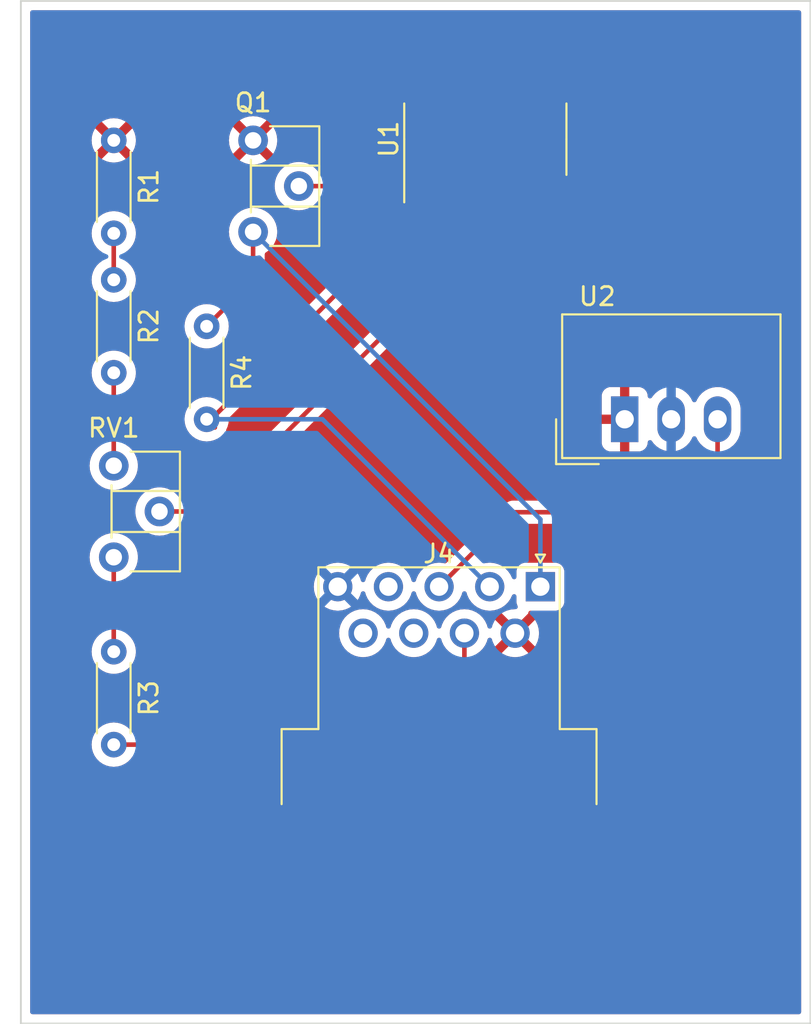
<source format=kicad_pcb>
(kicad_pcb (version 20211014) (generator pcbnew)
  (layers (0 "F.Cu" signal) (31 "B.Cu" signal) (34 "B.Paste" user) (35 "F.Paste" user) (36 "B.SilkS" user "B.Silkscreen") (37 "F.SilkS" user "F.Silkscreen") (38 "B.Mask" user) (39 "F.Mask" user) (44 "Edge.Cuts" user))
  (net 0 "")
  (net 1 "GND")
  (net 2 "+12V")
  (net 3 "Net-(Q1-Pad2)")
  (net 4 "Net-(R1-Pad2)")
  (net 5 "Net-(R2-Pad2)")
  (net 6 "Net-(R3-Pad1)")
  (net 7 "Net-(J4-Pad1)")
  (net 8 "Net-(J4-Pad7)")
  (net 9 "Net-(J4-Pad2)")
  (net 10 "Net-(RV1-Pad2)")
  (net 11 "Net-(J4-Pad3)")
  (footprint "Package_SO:SO-14_3.9x8.65mm_P1.27mm" (layer "F.Cu") (at 142.24 76.135 90)
    (fp_text reference "U1" (at 0 -5.28 90) (layer "F.SilkS"))
    (fp_text value "LM2902")
    (fp_line (start 0 4.435) (end -1.95 4.435) (layer "F.SilkS") (width 0.12))
    (fp_line (start 0 -4.435) (end 1.95 -4.435) (layer "F.SilkS") (width 0.12))
    (fp_line (start 0 -4.435) (end -3.45 -4.435) (layer "F.SilkS") (width 0.12))
    (fp_line (start 0 4.435) (end 1.95 4.435) (layer "F.SilkS") (width 0.12))
    (pad "1" smd roundrect (at -2.475 -3.81 90) (size 1.95 0.6) (layers "F.Cu" "F.Paste" "F.Mask") (net 3 "Net-(Q1-Pad2)"))
    (pad "2" smd roundrect (at -2.475 -2.54 90) (size 1.95 0.6) (layers "F.Cu" "F.Paste" "F.Mask") (net 9 "Net-(J4-Pad2)"))
    (pad "3" smd roundrect (at -2.475 -1.27 90) (size 1.95 0.6) (layers "F.Cu" "F.Paste" "F.Mask") (net 10 "Net-(RV1-Pad2)"))
    (pad "4" smd roundrect (at -2.475 0 90) (size 1.95 0.6) (layers "F.Cu" "F.Paste" "F.Mask") (net 2 "+12V"))
    (pad "5" smd roundrect (at -2.475 1.27 90) (size 1.95 0.6) (layers "F.Cu" "F.Paste" "F.Mask"))
    (pad "6" smd roundrect (at -2.475 2.54 90) (size 1.95 0.6) (layers "F.Cu" "F.Paste" "F.Mask"))
    (pad "7" smd roundrect (at -2.475 3.81 90) (size 1.95 0.6) (layers "F.Cu" "F.Paste" "F.Mask"))
    (pad "8" smd roundrect (at 2.475 3.81 90) (size 1.95 0.6) (layers "F.Cu" "F.Paste" "F.Mask"))
    (pad "9" smd roundrect (at 2.475 2.54 90) (size 1.95 0.6) (layers "F.Cu" "F.Paste" "F.Mask"))
    (pad "10" smd roundrect (at 2.475 1.27 90) (size 1.95 0.6) (layers "F.Cu" "F.Paste" "F.Mask"))
    (pad "11" smd roundrect (at 2.475 0 90) (size 1.95 0.6) (layers "F.Cu" "F.Paste" "F.Mask") (net 1 "GND"))
    (pad "12" smd roundrect (at 2.475 -1.27 90) (size 1.95 0.6) (layers "F.Cu" "F.Paste" "F.Mask"))
    (pad "13" smd roundrect (at 2.475 -2.54 90) (size 1.95 0.6) (layers "F.Cu" "F.Paste" "F.Mask"))
    (pad "14" smd roundrect (at 2.475 -3.81 90) (size 1.95 0.6) (layers "F.Cu" "F.Paste" "F.Mask"))
  )
  (footprint "Resistor_THT:R_Axial_DIN0204_L3.6mm_D1.6mm_P5.08mm_Horizontal" (layer "F.Cu") (at 121.92 83.82 -90)
    (fp_text reference "R2" (at 2.54 -1.92 90) (layer "F.SilkS"))
    (fp_text value "1.2k")
    (fp_line (start 0.62 -0.92) (end 4.46 -0.92) (layer "F.SilkS") (width 0.12))
    (fp_line (start 0.62 0.92) (end 4.46 0.92) (layer "F.SilkS") (width 0.12))
    (pad "1" thru_hole circle (at 0 0 270) (size 1.4 1.4) (drill 0.7) (layers *.Cu *.Mask) (net 4 "Net-(R1-Pad2)"))
    (pad "2" thru_hole oval (at 5.08 0 270) (size 1.4 1.4) (drill 0.7) (layers *.Cu *.Mask) (net 5 "Net-(R2-Pad2)"))
  )
  (footprint "Resistor_THT:R_Axial_DIN0204_L3.6mm_D1.6mm_P5.08mm_Horizontal" (layer "F.Cu") (at 121.92 76.2 -90)
    (fp_text reference "R1" (at 2.54 -1.92 90) (layer "F.SilkS"))
    (fp_text value "12k")
    (fp_line (start 0.62 -0.92) (end 4.46 -0.92) (layer "F.SilkS") (width 0.12))
    (fp_line (start 0.62 0.92) (end 4.46 0.92) (layer "F.SilkS") (width 0.12))
    (pad "1" thru_hole circle (at 0 0 270) (size 1.4 1.4) (drill 0.7) (layers *.Cu *.Mask) (net 2 "+12V"))
    (pad "2" thru_hole oval (at 5.08 0 270) (size 1.4 1.4) (drill 0.7) (layers *.Cu *.Mask) (net 4 "Net-(R1-Pad2)"))
  )
  (footprint "Potentiometer_THT:Potentiometer_ACP_CA6-H2,5_Horizontal" (layer "F.Cu") (at 121.92 93.98)
    (fp_text reference "RV1" (at 0 -2.06) (layer "F.SilkS"))
    (fp_text value "R_Potentiometer")
    (fp_line (start -0.121 1.38) (end 3.62 1.38) (layer "F.SilkS") (width 0.12))
    (fp_line (start -0.121 1.38) (end -0.121 3.62) (layer "F.SilkS") (width 0.12))
    (fp_line (start -0.121 3.62) (end 3.62 3.62) (layer "F.SilkS") (width 0.12))
    (fp_line (start 3.62 1.38) (end 3.62 3.62) (layer "F.SilkS") (width 0.12))
    (fp_line (start 0.925 -0.77) (end 3.62 -0.77) (layer "F.SilkS") (width 0.12))
    (fp_line (start 0.925 5.77) (end 3.62 5.77) (layer "F.SilkS") (width 0.12))
    (fp_line (start 3.62 -0.77) (end 3.62 5.77) (layer "F.SilkS") (width 0.12))
    (fp_line (start -0.121 1.066) (end -0.121 3.935) (layer "F.SilkS") (width 0.12))
    (pad "1" thru_hole circle (at 0 0) (size 1.62 1.62) (drill 0.9) (layers *.Cu *.Mask) (net 5 "Net-(R2-Pad2)"))
    (pad "2" thru_hole circle (at 2.5 2.5) (size 1.62 1.62) (drill 0.9) (layers *.Cu *.Mask) (net 10 "Net-(RV1-Pad2)"))
    (pad "3" thru_hole circle (at 0 5) (size 1.62 1.62) (drill 0.9) (layers *.Cu *.Mask) (net 6 "Net-(R3-Pad1)"))
  )
  (footprint "Converter_DCDC:Converter_DCDC_TRACO_TSR-1_THT" (layer "F.Cu") (at 149.86 91.44)
    (fp_text reference "U2" (at -1.5 -6.71) (layer "F.SilkS"))
    (fp_text value "TSR_1-2450")
    (fp_line (start 8.52 -5.73) (end 8.52 2.12) (layer "F.SilkS") (width 0.12))
    (fp_line (start -3.42 -5.73) (end 8.52 -5.73) (layer "F.SilkS") (width 0.12))
    (fp_line (start -3.75 2.45) (end -1.42 2.45) (layer "F.SilkS") (width 0.12))
    (fp_line (start -3.75 0) (end -3.75 2.45) (layer "F.SilkS") (width 0.12))
    (fp_line (start 8.52 2.12) (end -3.42 2.12) (layer "F.SilkS") (width 0.12))
    (fp_line (start -3.42 2.12) (end -3.42 -5.73) (layer "F.SilkS") (width 0.12))
    (pad "1" thru_hole rect (at 0 0) (size 1.5 2.5) (drill 1) (layers *.Cu *.Mask) (net 2 "+12V"))
    (pad "2" thru_hole oval (at 2.54 0) (size 1.5 2.5) (drill 1) (layers *.Cu *.Mask) (net 1 "GND"))
    (pad "3" thru_hole oval (at 5.08 0) (size 1.5 2.5) (drill 1) (layers *.Cu *.Mask) (net 11 "Net-(J4-Pad3)"))
  )
  (footprint "Potentiometer_THT:Potentiometer_ACP_CA6-H2,5_Horizontal" (layer "F.Cu") (at 129.54 76.2)
    (fp_text reference "Q1" (at 0 -2.06) (layer "F.SilkS"))
    (fp_text value "Q_NPN_CBE")
    (fp_line (start -0.121 1.38) (end 3.62 1.38) (layer "F.SilkS") (width 0.12))
    (fp_line (start 0.925 -0.77) (end 3.62 -0.77) (layer "F.SilkS") (width 0.12))
    (fp_line (start 0.925 5.77) (end 3.62 5.77) (layer "F.SilkS") (width 0.12))
    (fp_line (start -0.121 1.38) (end -0.121 3.62) (layer "F.SilkS") (width 0.12))
    (fp_line (start 3.62 1.38) (end 3.62 3.62) (layer "F.SilkS") (width 0.12))
    (fp_line (start 3.62 -0.77) (end 3.62 5.77) (layer "F.SilkS") (width 0.12))
    (fp_line (start -0.121 3.62) (end 3.62 3.62) (layer "F.SilkS") (width 0.12))
    (fp_line (start -0.121 1.066) (end -0.121 3.935) (layer "F.SilkS") (width 0.12))
    (pad "1" thru_hole circle (at 0 0) (size 1.62 1.62) (drill 0.9) (layers *.Cu *.Mask) (net 2 "+12V"))
    (pad "2" thru_hole circle (at 2.5 2.5) (size 1.62 1.62) (drill 0.9) (layers *.Cu *.Mask) (net 3 "Net-(Q1-Pad2)"))
    (pad "3" thru_hole circle (at 0 5) (size 1.62 1.62) (drill 0.9) (layers *.Cu *.Mask) (net 7 "Net-(J4-Pad1)"))
  )
  (footprint "Resistor_THT:R_Axial_DIN0204_L3.6mm_D1.6mm_P5.08mm_Horizontal" (layer "F.Cu") (at 127 86.36 -90)
    (fp_text reference "R4" (at 2.54 -1.92 90) (layer "F.SilkS"))
    (fp_text value "52")
    (fp_line (start 0.62 0.92) (end 4.46 0.92) (layer "F.SilkS") (width 0.12))
    (fp_line (start 0.62 -0.92) (end 4.46 -0.92) (layer "F.SilkS") (width 0.12))
    (pad "1" thru_hole circle (at 0 0 270) (size 1.4 1.4) (drill 0.7) (layers *.Cu *.Mask) (net 7 "Net-(J4-Pad1)"))
    (pad "2" thru_hole oval (at 5.08 0 270) (size 1.4 1.4) (drill 0.7) (layers *.Cu *.Mask) (net 9 "Net-(J4-Pad2)"))
  )
  (footprint "Resistor_THT:R_Axial_DIN0204_L3.6mm_D1.6mm_P5.08mm_Horizontal" (layer "F.Cu") (at 121.92 104.14 -90)
    (fp_text reference "R3" (at 2.54 -1.92 90) (layer "F.SilkS"))
    (fp_text value "140")
    (fp_line (start 0.62 0.92) (end 4.46 0.92) (layer "F.SilkS") (width 0.12))
    (fp_line (start 0.62 -0.92) (end 4.46 -0.92) (layer "F.SilkS") (width 0.12))
    (pad "1" thru_hole circle (at 0 0 270) (size 1.4 1.4) (drill 0.7) (layers *.Cu *.Mask) (net 6 "Net-(R3-Pad1)"))
    (pad "2" thru_hole oval (at 5.08 0 270) (size 1.4 1.4) (drill 0.7) (layers *.Cu *.Mask) (net 8 "Net-(J4-Pad7)"))
  )
  (footprint "Connector_Dsub:DSUB-9_Female_Horizontal_P2.77x2.54mm_EdgePinOffset9.40mm" (layer "F.Cu") (at 145.25 100.589669)
    (fp_text reference "J4" (at -5.54 -1.8) (layer "F.SilkS"))
    (fp_text value "DB9_Female")
    (fp_line (start -12.14 7.78) (end -12.14 -1.06) (layer "F.SilkS") (width 0.12))
    (fp_line (start -14.15 7.78) (end -12.14 7.78) (layer "F.SilkS") (width 0.12))
    (fp_line (start 1.06 7.78) (end 3.07 7.78) (layer "F.SilkS") (width 0.12))
    (fp_line (start 1.06 -1.06) (end 1.06 7.78) (layer "F.SilkS") (width 0.12))
    (fp_line (start -0.25 -1.754338) (end 0.25 -1.754338) (layer "F.SilkS") (width 0.12))
    (fp_line (start 3.07 7.78) (end 3.07 11.88) (layer "F.SilkS") (width 0.12))
    (fp_line (start 0.25 -1.754338) (end 0 -1.321325) (layer "F.SilkS") (width 0.12))
    (fp_line (start -14.15 11.88) (end -14.15 7.78) (layer "F.SilkS") (width 0.12))
    (fp_line (start 0 -1.321325) (end -0.25 -1.754338) (layer "F.SilkS") (width 0.12))
    (fp_line (start -12.14 -1.06) (end 1.06 -1.06) (layer "F.SilkS") (width 0.12))
    (pad "1" thru_hole rect (at 0 0) (size 1.6 1.6) (drill 1) (layers *.Cu *.Mask) (net 7 "Net-(J4-Pad1)"))
    (pad "2" thru_hole circle (at -2.77 0) (size 1.6 1.6) (drill 1) (layers *.Cu *.Mask) (net 9 "Net-(J4-Pad2)"))
    (pad "3" thru_hole circle (at -5.54 0) (size 1.6 1.6) (drill 1) (layers *.Cu *.Mask) (net 11 "Net-(J4-Pad3)"))
    (pad "4" thru_hole circle (at -8.31 0) (size 1.6 1.6) (drill 1) (layers *.Cu *.Mask))
    (pad "5" thru_hole circle (at -11.08 0) (size 1.6 1.6) (drill 1) (layers *.Cu *.Mask) (net 1 "GND"))
    (pad "6" thru_hole circle (at -1.385 2.54) (size 1.6 1.6) (drill 1) (layers *.Cu *.Mask) (net 2 "+12V"))
    (pad "7" thru_hole circle (at -4.155 2.54) (size 1.6 1.6) (drill 1) (layers *.Cu *.Mask) (net 8 "Net-(J4-Pad7)"))
    (pad "8" thru_hole circle (at -6.925 2.54) (size 1.6 1.6) (drill 1) (layers *.Cu *.Mask))
    (pad "9" thru_hole circle (at -9.695 2.54) (size 1.6 1.6) (drill 1) (layers *.Cu *.Mask))
  )
  (gr_rect (start 116.84 68.58) (end 160.02 124.46) (layer "Edge.Cuts") (width 0.1) (fill none))
  (segment (start 142.24 71.12) (end 152.4 71.12) (width 0.25) (layer "F.Cu") (net 1))
  (segment (start 152.4 71.12) (end 152.4 91.44) (width 0.25) (layer "F.Cu") (net 1))
  (segment (start 142.24 73.66) (end 142.24 71.12) (width 0.25) (layer "F.Cu") (net 1))
  (segment (start 138.34 78.7) (end 132.04 78.7) (width 0.25) (layer "F.Cu") (net 3))
  (segment (start 138.43 78.61) (end 138.34 78.7) (width 0.25) (layer "F.Cu") (net 3))
  (segment (start 121.92 81.28) (end 121.92 83.82) (width 0.25) (layer "F.Cu") (net 4))
  (segment (start 121.92 88.9) (end 121.92 93.98) (width 0.25) (layer "F.Cu") (net 5))
  (segment (start 121.92 98.98) (end 121.92 104.14) (width 0.25) (layer "F.Cu") (net 6))
  (segment (start 127 86.36) (end 129.54 83.82) (width 0.25) (layer "F.Cu") (net 7))
  (segment (start 129.54 83.82) (end 129.54 81.28) (width 0.25) (layer "F.Cu") (net 7))
  (segment (start 145.25 100.589669) (end 145.25 96.91) (width 0.25) (layer "B.Cu") (net 7))
  (segment (start 145.25 96.91) (end 129.54 81.2) (width 0.25) (layer "B.Cu") (net 7))
  (segment (start 141.095 103.129669) (end 141.095 105.285) (width 0.25) (layer "F.Cu") (net 8))
  (segment (start 141.095 105.285) (end 137.16 109.22) (width 0.25) (layer "F.Cu") (net 8))
  (segment (start 137.16 109.22) (end 121.92 109.22) (width 0.25) (layer "F.Cu") (net 8))
  (segment (start 127.44952 91.88952) (end 127 91.44) (width 0.25) (layer "F.Cu") (net 9))
  (segment (start 127 91.44) (end 127.246072 91.44) (width 0.25) (layer "F.Cu") (net 9))
  (segment (start 127.246072 91.44) (end 139.7 78.986072) (width 0.25) (layer "F.Cu") (net 9))
  (segment (start 139.7 78.986072) (end 139.7 78.74) (width 0.25) (layer "F.Cu") (net 9))
  (segment (start 142.48 100.589669) (end 133.330331 91.44) (width 0.25) (layer "B.Cu") (net 9))
  (segment (start 133.330331 91.44) (end 127 91.44) (width 0.25) (layer "B.Cu") (net 9))
  (segment (start 124.42 96.48) (end 127.04 96.48) (width 0.25) (layer "F.Cu") (net 10))
  (segment (start 127.04 96.48) (end 140.97 82.55) (width 0.25) (layer "F.Cu") (net 10))
  (segment (start 140.97 82.55) (end 140.97 78.61) (width 0.25) (layer "F.Cu") (net 10))
  (segment (start 154.94 96.52) (end 154.94 91.44) (width 0.25) (layer "F.Cu") (net 11))
  (segment (start 143.779669 96.52) (end 154.94 96.52) (width 0.25) (layer "F.Cu") (net 11))
  (segment (start 139.71 100.589669) (end 143.779669 96.52) (width 0.25) (layer "F.Cu") (net 11))
  (zone (net 2) (net_name "+12V") (layer "F.Cu") (connect_pads (clearance 0.508)) (min_thickness 0.254) (fill yes (thermal_gap 0.508) (thermal_bridge_width 0.508))
    (polygon (pts (xy 160.02 124.46) (xy 116.84 124.46) (xy 116.84 68.58) (xy 160.02 68.58)))
  )
  (zone (net 1) (net_name "GND") (layer "B.Cu") (connect_pads (clearance 0.508)) (min_thickness 0.254) (fill yes (thermal_gap 0.508) (thermal_bridge_width 0.508))
    (polygon (pts (xy 160.02 124.46) (xy 116.84 124.46) (xy 116.84 68.58) (xy 160.02 68.58)))
  )
)
</source>
